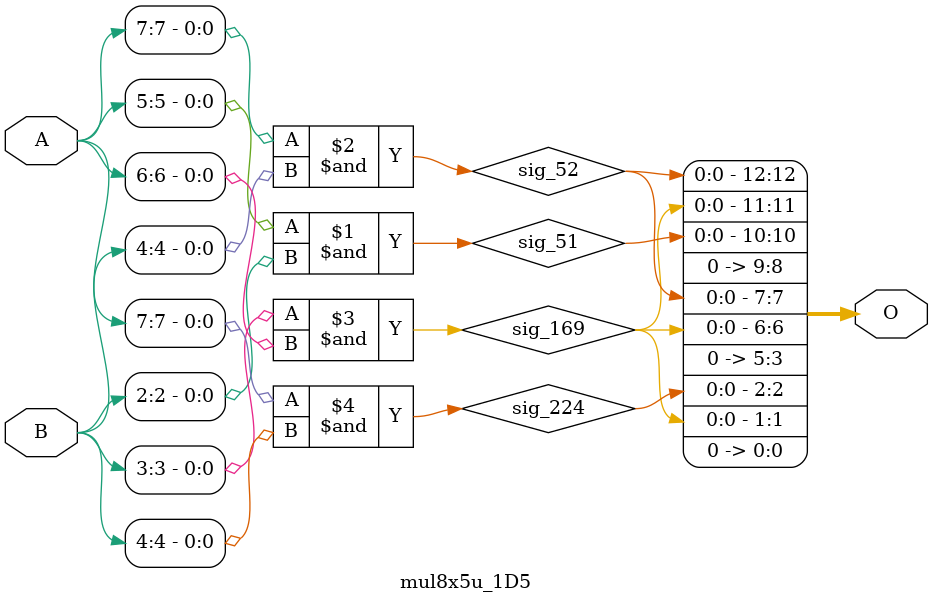
<source format=v>
/***
* This code is a part of EvoApproxLib library (ehw.fit.vutbr.cz/approxlib) distributed under The MIT License.
* When used, please cite the following article(s): V. Mrazek, L. Sekanina, Z. Vasicek "Libraries of Approximate Circuits: Automated Design and Application in CNN Accelerators" IEEE Journal on Emerging and Selected Topics in Circuits and Systems, Vol 10, No 4, 2020 
* This file contains a circuit from a sub-set of pareto optimal circuits with respect to the pwr and mae parameters
***/
// MAE% = 8.06 %
// MAE = 660 
// WCE% = 29.46 %
// WCE = 2413 
// WCRE% = 700.00 %
// EP% = 96.47 %
// MRE% = 65.69 %
// MSE = 759638 
// PDK45_PWR = 0.00089 mW
// PDK45_AREA = 7.0 um2
// PDK45_DELAY = 0.04 ns

module mul8x5u_1D5 (
    A,
    B,
    O
);

input [7:0] A;
input [4:0] B;
output [12:0] O;

wire sig_51,sig_52,sig_169,sig_224;

assign sig_51 = A[5] & B[2];
assign sig_52 = A[7] & B[4];
assign sig_169 = B[3] & A[6];
assign sig_224 = A[7] & B[4];

assign O[12] = sig_52;
assign O[11] = sig_169;
assign O[10] = sig_51;
assign O[9] = 1'b0;
assign O[8] = 1'b0;
assign O[7] = sig_52;
assign O[6] = sig_169;
assign O[5] = 1'b0;
assign O[4] = 1'b0;
assign O[3] = 1'b0;
assign O[2] = sig_224;
assign O[1] = sig_169;
assign O[0] = 1'b0;

endmodule



</source>
